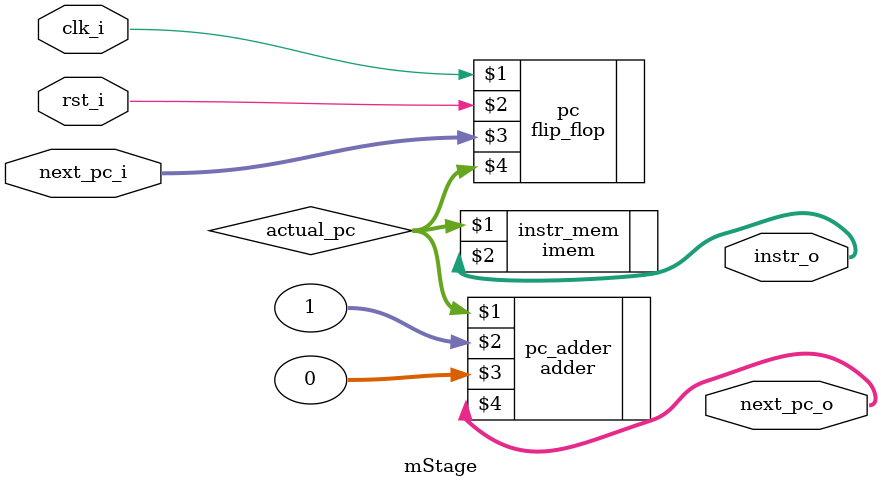
<source format=sv>
module mStage #(parameter IWIDTH = 24, parameter PWIDTH = 16)
(
	 input logic              clk_i, rst_i,
     input logic [PWIDTH-1:0] next_pc_i,
    output logic [PWIDTH-1:0] next_pc_o,
    output logic [IWIDTH-1:0] instr_o
);
    logic [PWIDTH-1:0] actual_pc;

    flip_flop #(PWIDTH) pc(clk_i, rst_i, 
                           next_pc_i, 
                           actual_pc);
    adder #(PWIDTH) pc_adder(actual_pc, 1, 0, next_pc_o);
    imem instr_mem(actual_pc, instr_o);
    
endmodule
</source>
